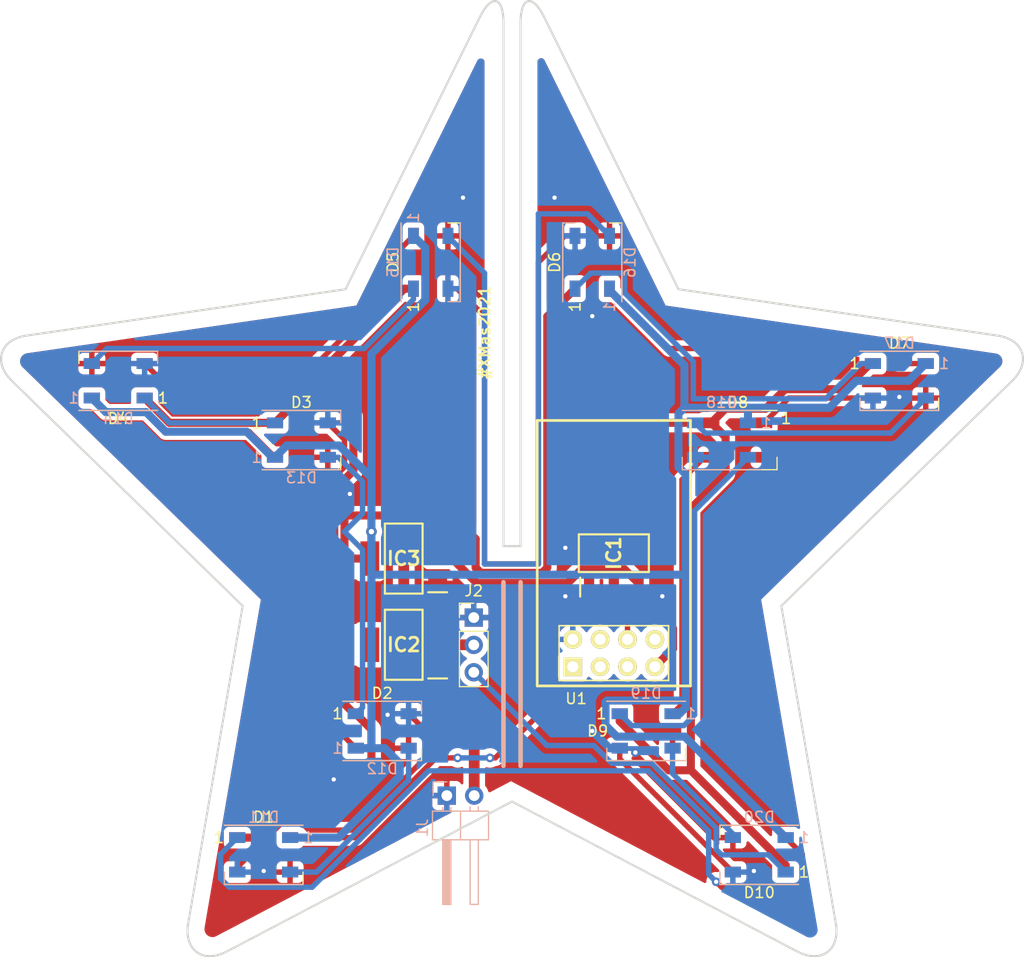
<source format=kicad_pcb>
(kicad_pcb (version 20211014) (generator pcbnew)
  (title_block (title "PCB Challenge - Master") (date "2022-01-06") (rev "01"))
  (layers (0 "F.Cu" signal) (31 "B.Cu" signal) (34 "B.Paste" user) (35 "F.Paste" user) (36 "B.SilkS" user "B.Silkscreen") (37 "F.SilkS" user "F.Silkscreen") (38 "B.Mask" user) (39 "F.Mask" user) (44 "Edge.Cuts" user))
  (net 0 "")
  (net 1 "GND")
  (net 2 "Net-(D1-Pad4)")
  (net 3 "Net-(D1-Pad2)")
  (net 4 "+5V")
  (net 5 "Net-(D2-Pad2)")
  (net 6 "Net-(D3-Pad2)")
  (net 7 "Net-(D4-Pad2)")
  (net 8 "Net-(D5-Pad2)")
  (net 9 "Net-(D6-Pad2)")
  (net 10 "Net-(D7-Pad2)")
  (net 11 "Net-(D8-Pad2)")
  (net 12 "Net-(D10-Pad4)")
  (net 13 "Net-(D10-Pad2)")
  (net 14 "Net-(D11-Pad2)")
  (net 15 "Net-(D12-Pad2)")
  (net 16 "Net-(D13-Pad2)")
  (net 17 "Net-(D14-Pad2)")
  (net 18 "Net-(D15-Pad2)")
  (net 19 "Net-(D16-Pad2)")
  (net 20 "Net-(D17-Pad2)")
  (net 21 "Net-(D18-Pad2)")
  (net 22 "Net-(D19-Pad2)")
  (net 23 "Net-(D20-Pad2)")
  (net 24 "Net-(IC3-Pad2)")
  (net 26 "+3V3")
  (net 27 "Net-(J2-Pad2)")
  (net 28 "VDC")
  (footprint "LED_SMD:LED_WS2812B_PLCC4_5.0x5.0mm_P3.2mm" (layer "F.Cu") (at 173.5 130.5 180)
    (fp_text reference "D10")
    (fp_text value "WS2812B" hide)
  )
  (footprint "LED_SMD:LED_WS2812B_PLCC4_5.0x5.0mm_P3.2mm" (layer "F.Cu") (at 163 119)
    (fp_text reference "D9")
    (fp_text value "WS2812B" hide)
  )
  (footprint "TLV1117:TLV1117-33CDCY" (layer "F.Cu") (at 160 102.5 90)
    (fp_text reference "IC1")
    (fp_text value "TLV1117-33CDCY" hide)
  )
  (footprint "ESP8266:ESP-01" (layer "F.Cu") (at 156.19 113.041 90)
    (fp_text reference "U1")
    (fp_text value "ESP-01v090" hide)
  )
  (footprint "Connector_PinHeader_2.54mm:PinHeader_1x03_P2.54mm_Vertical" (layer "F.Cu") (at 147 108.475)
    (fp_text reference "J2")
    (fp_text value "Conn_01x03" hide)
  )
  (footprint "LED_SMD:LED_WS2812B_PLCC4_5.0x5.0mm_P3.2mm" (layer "F.Cu") (at 131 92)
    (fp_text reference "D3")
    (fp_text value "WS2812B" hide)
  )
  (footprint "LED_SMD:LED_WS2812B_PLCC4_5.0x5.0mm_P3.2mm" (layer "F.Cu") (at 114 86.5 180)
    (fp_text reference "D4")
    (fp_text value "WS2812B" hide)
  )
  (footprint "TLV1117:TLV1117-50CDCY" (layer "F.Cu") (at 140.5 111 180)
    (fp_text reference "IC2")
    (fp_text value "TLV1117-50CDCY" hide)
  )
  (footprint "LED_SMD:LED_WS2812B_PLCC4_5.0x5.0mm_P3.2mm" (layer "F.Cu") (at 186.5 86.5)
    (fp_text reference "D7")
    (fp_text value "WS2812B" hide)
  )
  (footprint "LED_SMD:LED_WS2812B_PLCC4_5.0x5.0mm_P3.2mm" (layer "F.Cu") (at 158 75.5 90)
    (fp_text reference "D6")
    (fp_text value "WS2812B" hide)
  )
  (footprint "LED_SMD:LED_WS2812B_PLCC4_5.0x5.0mm_P3.2mm" (layer "F.Cu") (at 138.5 119)
    (fp_text reference "D2")
    (fp_text value "WS2812B" hide)
  )
  (footprint "TLV1117:TLV1117-50CDCY" (layer "F.Cu") (at 140.5 103 180)
    (fp_text reference "IC3")
    (fp_text value "TLV1117-50CDCY" hide)
  )
  (footprint "LED_SMD:LED_WS2812B_PLCC4_5.0x5.0mm_P3.2mm" (layer "F.Cu") (at 171.5 92)
    (fp_text reference "D8")
    (fp_text value "WS2812B" hide)
  )
  (footprint "LED_SMD:LED_WS2812B_PLCC4_5.0x5.0mm_P3.2mm" (layer "F.Cu") (at 143 75.5 90)
    (fp_text reference "D5")
    (fp_text value "WS2812B" hide)
  )
  (footprint "LED_SMD:LED_WS2812B_PLCC4_5.0x5.0mm_P3.2mm" (layer "F.Cu") (at 127.5 130.5)
    (fp_text reference "D1")
    (fp_text value "WS2812B" hide)
  )
  (footprint "LED_SMD:LED_WS2812B_PLCC4_5.0x5.0mm_P3.2mm" (layer "B.Cu") (at 186.5 86.5 180)
    (fp_text reference "D17")
    (fp_text value "WS2812B" hide)
  )
  (footprint "Connector_PinHeader_2.54mm:PinHeader_1x02_P2.54mm_Horizontal" (layer "B.Cu") (at 144.5 125 -90)
    (fp_text reference "J1")
    (fp_text value "Conn_01x02" hide)
  )
  (footprint "LED_SMD:LED_WS2812B_PLCC4_5.0x5.0mm_P3.2mm" (layer "B.Cu") (at 170 92 180)
    (fp_text reference "D18")
    (fp_text value "WS2812B" hide)
  )
  (footprint "LED_SMD:LED_WS2812B_PLCC4_5.0x5.0mm_P3.2mm" (layer "B.Cu") (at 138.5 119)
    (fp_text reference "D12")
    (fp_text value "WS2812B" hide)
  )
  (footprint "LED_SMD:LED_WS2812B_PLCC4_5.0x5.0mm_P3.2mm" (layer "B.Cu") (at 163 119 180)
    (fp_text reference "D19")
    (fp_text value "WS2812B" hide)
  )
  (footprint "LED_SMD:LED_WS2812B_PLCC4_5.0x5.0mm_P3.2mm" (layer "B.Cu") (at 127.5 130.5 180)
    (fp_text reference "D11")
    (fp_text value "WS2812B" hide)
  )
  (footprint "LED_SMD:LED_WS2812B_PLCC4_5.0x5.0mm_P3.2mm" (layer "B.Cu") (at 131 92)
    (fp_text reference "D13")
    (fp_text value "WS2812B" hide)
  )
  (footprint "LED_SMD:LED_WS2812B_PLCC4_5.0x5.0mm_P3.2mm" (layer "B.Cu") (at 158 75.5 90)
    (fp_text reference "D16")
    (fp_text value "WS2812B" hide)
  )
  (footprint "LED_SMD:LED_WS2812B_PLCC4_5.0x5.0mm_P3.2mm" (layer "B.Cu") (at 143 75.5 -90)
    (fp_text reference "D15")
    (fp_text value "WS2812B" hide)
  )
  (footprint "LED_SMD:LED_WS2812B_PLCC4_5.0x5.0mm_P3.2mm" (layer "B.Cu") (at 114 86.5)
    (fp_text reference "D14")
    (fp_text value "WS2812B" hide)
  )
  (footprint "LED_SMD:LED_WS2812B_PLCC4_5.0x5.0mm_P3.2mm" (layer "B.Cu") (at 173.5 130.5 180)
    (fp_text reference "D20")
    (fp_text value "WS2812B" hide)
  )
  (gr_line (start 149.757019 105.194412) (end 149.757019 122.240646) (layer "B.SilkS") (width 0.396874))
  (gr_line (start 151.341416 105.194412) (end 151.341416 122.240646) (layer "B.SilkS") (width 0.396874))
  (gr_line (start 149.757019 105.194412) (end 149.757019 122.240646) (layer "F.SilkS") (width 0.396874))
  (gr_line (start 151.341416 105.194412) (end 151.341416 122.240646) (layer "F.SilkS") (width 0.396874))
  (gr_line (start 180.664232 137.737587) (end 180.667969 137.531911) (layer "Edge.Cuts") (width 0.196907))
  (gr_line (start 122.885073 139.875051) (end 123.073934 139.841781) (layer "Edge.Cuts") (width 0.196907))
  (gr_line (start 152.551113 51.40559) (end 152.458539 51.346568) (layer "Edge.Cuts") (width 0.196907))
  (gr_line (start 197.275751 86.179478) (end 197.407736 86.01184) (layer "Edge.Cuts") (width 0.196907))
  (gr_line (start 123.26691 139.795265) (end 123.463674 139.735264) (layer "Edge.Cuts") (width 0.196907))
  (gr_line (start 120.450118 137.935518) (end 120.47684 138.125414) (layer "Edge.Cuts") (width 0.196907))
  (gr_line (start 148.452825 51.478812) (end 148.356401 51.566237) (layer "Edge.Cuts") (width 0.196907))
  (gr_line (start 196.79959 82.673765) (end 196.627244 82.589671) (layer "Edge.Cuts") (width 0.196907))
  (gr_line (start 151.418311 52.291783) (end 151.391191 52.466551) (layer "Edge.Cuts") (width 0.196907))
  (gr_line (start 151.631929 51.619511) (end 151.579479 51.726932) (layer "Edge.Cuts") (width 0.196907))
  (gr_line (start 151.341477 101.844544) (end 151.341477 101.844544) (layer "Edge.Cuts") (width 0.196907))
  (gr_line (start 151.815218 51.379101) (end 151.750001 51.445548) (layer "Edge.Cuts") (width 0.196907))
  (gr_line (start 196.443782 82.513875) (end 196.249331 82.446762) (layer "Edge.Cuts") (width 0.196907))
  (gr_line (start 177.02562 139.472031) (end 177.231778 139.573914) (layer "Edge.Cuts") (width 0.196907))
  (gr_line (start 180.330107 138.946448) (end 180.408542 138.800157) (layer "Edge.Cuts") (width 0.196907))
  (gr_line (start 197.907501 84.999537) (end 197.943273 84.833337) (layer "Edge.Cuts") (width 0.196907))
  (gr_line (start 197.955173 84.189862) (end 197.925977 84.03625) (layer "Edge.Cuts") (width 0.196907))
  (gr_line (start 121.561665 139.692909) (end 121.705805 139.757039) (layer "Edge.Cuts") (width 0.196907))
  (gr_line (start 103.172488 84.03625) (end 103.143295 84.189864) (layer "Edge.Cuts") (width 0.196907))
  (gr_line (start 147.543671 52.783348) (end 147.54361 52.783325) (layer "Edge.Cuts") (width 0.196907))
  (gr_line (start 197.971625 84.346761) (end 197.955173 84.189862) (layer "Edge.Cuts") (width 0.196907))
  (gr_line (start 147.543671 52.783348) (end 147.543671 52.783348) (layer "Edge.Cuts") (width 0.196907))
  (gr_line (start 147.956519 52.059116) (end 147.854016 52.218367) (layer "Edge.Cuts") (width 0.196907))
  (gr_line (start 103.143295 84.189864) (end 103.126845 84.346766) (layer "Edge.Cuts") (width 0.196907))
  (gr_line (start 104.298849 82.673751) (end 104.137745 82.765759) (layer "Edge.Cuts") (width 0.196907))
  (gr_line (start 179.242332 139.80986) (end 179.393206 139.757068) (layer "Edge.Cuts") (width 0.196907))
  (gr_line (start 179.926047 139.434869) (end 180.039955 139.327751) (layer "Edge.Cuts") (width 0.196907))
  (gr_line (start 178.578014 139.902848) (end 178.752561 139.897804) (layer "Edge.Cuts") (width 0.196907))
  (gr_line (start 153.451151 52.580398) (end 153.347634 52.392088) (layer "Edge.Cuts") (width 0.196907))
  (gr_line (start 153.554871 52.78331) (end 153.554871 52.78331) (layer "Edge.Cuts") (width 0.196907))
  (gr_line (start 150.549255 125.552643) (end 150.549255 125.552643) (layer "Edge.Cuts") (width 0.196907))
  (gr_line (start 120.51456 138.307064) (end 120.562952 138.48023) (layer "Edge.Cuts") (width 0.196907))
  (gr_line (start 121.172951 139.434853) (end 121.294911 139.531578) (layer "Edge.Cuts") (width 0.196907))
  (gr_line (start 149.757095 53.298386) (end 149.757095 53.298386) (layer "Edge.Cuts") (width 0.196907))
  (gr_line (start 149.753886 53.070592) (end 149.744394 52.855984) (layer "Edge.Cuts") (width 0.196907))
  (gr_line (start 103.155207 84.833349) (end 103.190982 84.999551) (layer "Edge.Cuts") (width 0.196907))
  (gr_line (start 196.968918 86.510361) (end 196.968918 86.510361) (layer "Edge.Cuts") (width 0.196907))
  (gr_line (start 179.674413 139.617699) (end 179.804091 139.531597) (layer "Edge.Cuts") (width 0.196907))
  (gr_line (start 149.065386 51.262466) (end 148.985983 51.251315) (layer "Edge.Cuts") (width 0.196907))
  (gr_line (start 123.867252 139.573854) (end 124.07341 139.47197) (layer "Edge.Cuts") (width 0.196907))
  (gr_line (start 149.728822 52.654611) (end 149.707375 52.466518) (layer "Edge.Cuts") (width 0.196907))
  (gr_line (start 151.341477 101.844544) (end 149.75708 101.844544) (layer "Edge.Cuts") (width 0.196907))
  (gr_line (start 180.648842 137.935494) (end 180.664232 137.737587) (layer "Edge.Cuts") (width 0.196907))
  (gr_line (start 120.856674 139.083298) (end 120.953505 139.210475) (layer "Edge.Cuts") (width 0.196907))
  (gr_line (start 148.356401 51.566237) (end 148.258355 51.667932) (layer "Edge.Cuts") (width 0.196907))
  (gr_line (start 178.213952 139.875101) (end 178.398369 139.895359) (layer "Edge.Cuts") (width 0.196907))
  (gr_line (start 123.663897 139.66154) (end 123.867252 139.573854) (layer "Edge.Cuts") (width 0.196907))
  (gr_line (start 152.368194 51.301676) (end 152.280281 51.270867) (layer "Edge.Cuts") (width 0.196907))
  (gr_line (start 120.768876 138.946447) (end 120.856674 139.083298) (layer "Edge.Cuts") (width 0.196907))
  (gr_line (start 103.123264 84.506571) (end 103.132676 84.668893) (layer "Edge.Cuts") (width 0.196907))
  (gr_line (start 180.039955 139.327751) (end 180.145486 139.210483) (layer "Edge.Cuts") (width 0.196907))
  (gr_line (start 179.537342 139.692935) (end 179.674413 139.617699) (layer "Edge.Cuts") (width 0.196907))
  (gr_line (start 195.601288 82.301376) (end 166 78) (layer "Edge.Cuts") (width 0.196907))
  (gr_line (start 177.832117 139.795319) (end 178.025092 139.841833) (layer "Edge.Cuts") (width 0.196907))
  (gr_line (start 196.249331 82.446762) (end 196.044015 82.388718) (layer "Edge.Cuts") (width 0.196907))
  (gr_line (start 149.409716 51.52569) (end 149.34855 51.44554) (layer "Edge.Cuts") (width 0.196907))
  (gr_line (start 148.547426 51.405611) (end 148.452825 51.478812) (layer "Edge.Cuts") (width 0.196907))
  (gr_line (start 175.549286 107.38942) (end 196.968918 86.510361) (layer "Edge.Cuts") (width 0.196907))
  (gr_line (start 147.54361 52.783325) (end 135.098496 77.999985) (layer "Edge.Cuts") (width 0.196907))
  (gr_line (start 125.54921 107.38942) (end 125.54921 107.38942) (layer "Edge.Cuts") (width 0.196907))
  (gr_line (start 122.013968 139.851036) (end 122.177336 139.880427) (layer "Edge.Cuts") (width 0.196907))
  (gr_line (start 120.492966 136.870697) (end 120.492966 136.870697) (layer "Edge.Cuts") (width 0.196907))
  (gr_line (start 197.795725 85.335635) (end 197.85836 85.167098) (layer "Edge.Cuts") (width 0.196907))
  (gr_line (start 197.71947 85.504763) (end 197.795725 85.335635) (layer "Edge.Cuts") (width 0.196907))
  (gr_line (start 180.605972 136.870651) (end 175.549286 107.38942) (layer "Edge.Cuts") (width 0.196907))
  (gr_line (start 120.439224 137.318742) (end 120.430982 137.531944) (layer "Edge.Cuts") (width 0.196907))
  (gr_line (start 179.085048 139.851072) (end 179.242332 139.80986) (layer "Edge.Cuts") (width 0.196907))
  (gr_line (start 149.707375 52.466518) (end 149.680253 52.291753) (layer "Edge.Cuts") (width 0.196907))
  (gr_line (start 195.827958 82.340127) (end 195.601288 82.301376) (layer "Edge.Cuts") (width 0.196907))
  (gr_line (start 149.609798 51.982395) (end 149.56687 51.847897) (layer "Edge.Cuts") (width 0.196907))
  (gr_line (start 105.497147 82.301361) (end 105.270476 82.340112) (layer "Edge.Cuts") (width 0.196907))
  (gr_line (start 125.54921 107.38942) (end 120.492966 136.870697) (layer "Edge.Cuts") (width 0.196907))
  (gr_line (start 166 78) (end 153.554871 52.78331) (layer "Edge.Cuts") (width 0.196907))
  (gr_line (start 175.549286 107.38942) (end 175.549286 107.38942) (layer "Edge.Cuts") (width 0.196907))
  (gr_line (start 103.469025 85.674124) (end 103.572898 85.843281) (layer "Edge.Cuts") (width 0.196907))
  (gr_line (start 151.750001 51.445548) (end 151.688837 51.525701) (layer "Edge.Cuts") (width 0.196907))
  (gr_line (start 152.195003 51.254093) (end 152.112561 51.251307) (layer "Edge.Cuts") (width 0.196907))
  (gr_line (start 180.408542 138.800157) (end 180.477289 138.644667) (layer "Edge.Cuts") (width 0.196907))
  (gr_line (start 197.490209 83.205216) (end 197.375317 83.085413) (layer "Edge.Cuts") (width 0.196907))
  (gr_line (start 179.804091 139.531597) (end 179.926047 139.434869) (layer "Edge.Cuts") (width 0.196907))
  (gr_line (start 180.584407 138.307048) (end 180.622124 138.125394) (layer "Edge.Cuts") (width 0.196907))
  (gr_line (start 152.280281 51.270867) (end 152.195003 51.254093) (layer "Edge.Cuts") (width 0.196907))
  (gr_line (start 196.627244 82.589671) (end 196.443782 82.513875) (layer "Edge.Cuts") (width 0.196907))
  (gr_line (start 197.110436 82.865305) (end 196.960696 82.765771) (layer "Edge.Cuts") (width 0.196907))
  (gr_line (start 180.53602 138.480218) (end 180.584407 138.307048) (layer "Edge.Cuts") (width 0.196907))
  (gr_line (start 180.622124 138.125394) (end 180.648842 137.935494) (layer "Edge.Cuts") (width 0.196907))
  (gr_line (start 197.684267 83.462395) (end 197.593234 83.331005) (layer "Edge.Cuts") (width 0.196907))
  (gr_line (start 120.430982 137.531944) (end 120.434723 137.737616) (layer "Edge.Cuts") (width 0.196907))
  (gr_line (start 103.302764 85.335655) (end 103.379022 85.504787) (layer "Edge.Cuts") (width 0.196907))
  (gr_line (start 197.525601 85.843251) (end 197.629471 85.674097) (layer "Edge.Cuts") (width 0.196907))
  (gr_line (start 120.690438 138.80016) (end 120.768876 138.946447) (layer "Edge.Cuts") (width 0.196907))
  (gr_line (start 197.593234 83.331005) (end 197.490209 83.205216) (layer "Edge.Cuts") (width 0.196907))
  (gr_line (start 152.112561 51.251307) (end 152.033159 51.262462) (layer "Edge.Cuts") (width 0.196907))
  (gr_line (start 178.752561 139.897804) (end 178.921682 139.880466) (layer "Edge.Cuts") (width 0.196907))
  (gr_line (start 180.659723 137.318705) (end 180.639166 137.098205) (layer "Edge.Cuts") (width 0.196907))
  (gr_line (start 103.132676 84.668893) (end 103.155207 84.833349) (layer "Edge.Cuts") (width 0.196907))
  (gr_line (start 197.12952 86.34578) (end 197.275751 86.179478) (layer "Edge.Cuts") (width 0.196907))
  (gr_line (start 103.190982 84.999551) (end 103.240126 85.167115) (layer "Edge.Cuts") (width 0.196907))
  (gr_line (start 149.466626 51.619497) (end 149.409716 51.52569) (layer "Edge.Cuts") (width 0.196907))
  (gr_line (start 179.393206 139.757068) (end 179.537342 139.692935) (layer "Edge.Cuts") (width 0.196907))
  (gr_line (start 152.033159 51.262462) (end 151.957 51.287511) (layer "Edge.Cuts") (width 0.196907))
  (gr_line (start 121.059039 139.327739) (end 121.172951 139.434853) (layer "Edge.Cuts") (width 0.196907))
  (gr_line (start 105.270476 82.340112) (end 105.054421 82.388703) (layer "Edge.Cuts") (width 0.196907))
  (gr_line (start 105.054421 82.388703) (end 104.849105 82.446747) (layer "Edge.Cuts") (width 0.196907))
  (gr_line (start 148.640001 51.346587) (end 148.547426 51.405611) (layer "Edge.Cuts") (width 0.196907))
  (gr_line (start 197.248685 82.971981) (end 197.110436 82.865305) (layer "Edge.Cuts") (width 0.196907))
  (gr_line (start 151.354175 52.856024) (end 151.344685 53.070635) (layer "Edge.Cuts") (width 0.196907))
  (gr_line (start 197.943273 84.833337) (end 197.965801 84.668885) (layer "Edge.Cuts") (width 0.196907))
  (gr_line (start 177.635355 139.73532) (end 177.832117 139.795319) (layer "Edge.Cuts") (width 0.196907))
  (gr_line (start 135.098496 77.999985) (end 135.098496 77.999985) (layer "Edge.Cuts") (width 0.196907))
  (gr_line (start 103.988007 82.865293) (end 103.84976 82.97197) (layer "Edge.Cuts") (width 0.196907))
  (gr_line (start 103.268602 83.74043) (end 103.214298 83.886311) (layer "Edge.Cuts") (width 0.196907))
  (gr_line (start 149.519078 51.726915) (end 149.466626 51.619497) (layer "Edge.Cuts") (width 0.196907))
  (gr_line (start 103.968988 86.345821) (end 104.129593 86.510407) (layer "Edge.Cuts") (width 0.196907))
  (gr_line (start 178.921682 139.880466) (end 179.085048 139.851072) (layer "Edge.Cuts") (width 0.196907))
  (gr_line (start 122.700655 139.895313) (end 122.885073 139.875051) (layer "Edge.Cuts") (width 0.196907))
  (gr_line (start 151.957 51.287511) (end 151.884285 51.326406) (layer "Edge.Cuts") (width 0.196907))
  (gr_line (start 120.47684 138.125414) (end 120.51456 138.307064) (layer "Edge.Cuts") (width 0.196907))
  (gr_line (start 121.424591 139.617676) (end 121.561665 139.692909) (layer "Edge.Cuts") (width 0.196907))
  (gr_line (start 103.723129 83.085403) (end 103.60824 83.205207) (layer "Edge.Cuts") (width 0.196907))
  (gr_line (start 197.829857 83.740434) (end 197.763183 83.598999) (layer "Edge.Cuts") (width 0.196907))
  (gr_line (start 180.639166 137.098205) (end 180.605972 136.870651) (layer "Edge.Cuts") (width 0.196907))
  (gr_line (start 197.965801 84.668885) (end 197.97521 84.506564) (layer "Edge.Cuts") (width 0.196907))
  (gr_line (start 104.654654 82.51386) (end 104.471194 82.589657) (layer "Edge.Cuts") (width 0.196907))
  (gr_line (start 103.60824 83.205207) (end 103.505217 83.330997) (layer "Edge.Cuts") (width 0.196907))
  (gr_line (start 151.341477 53.298431) (end 151.341477 53.298431) (layer "Edge.Cuts") (width 0.196907))
  (gr_line (start 177.435132 139.661597) (end 177.635355 139.73532) (layer "Edge.Cuts") (width 0.196907))
  (gr_line (start 123.463674 139.735264) (end 123.663897 139.66154) (layer "Edge.Cuts") (width 0.196907))
  (gr_line (start 120.621687 138.644675) (end 120.690438 138.80016) (layer "Edge.Cuts") (width 0.196907))
  (gr_line (start 180.667969 137.531911) (end 180.659723 137.318705) (layer "Edge.Cuts") (width 0.196907))
  (gr_line (start 149.680253 52.291753) (end 149.647659 52.130363) (layer "Edge.Cuts") (width 0.196907))
  (gr_line (start 197.925977 84.03625) (end 197.884163 83.886313) (layer "Edge.Cuts") (width 0.196907))
  (gr_line (start 178.025092 139.841833) (end 178.213952 139.875101) (layer "Edge.Cuts") (width 0.196907))
  (gr_line (start 120.459776 137.098247) (end 120.439224 137.318742) (layer "Edge.Cuts") (width 0.196907))
  (gr_line (start 153.347634 52.392088) (end 153.244522 52.218332) (layer "Edge.Cuts") (width 0.196907))
  (gr_line (start 197.884163 83.886313) (end 197.829857 83.740434) (layer "Edge.Cuts") (width 0.196907))
  (gr_line (start 197.407736 86.01184) (end 197.525601 85.843251) (layer "Edge.Cuts") (width 0.196907))
  (gr_line (start 151.341477 53.298431) (end 151.341477 101.844544) (layer "Edge.Cuts") (width 0.196907))
  (gr_line (start 152.840182 51.667904) (end 152.742137 51.56621) (layer "Edge.Cuts") (width 0.196907))
  (gr_line (start 177.231778 139.573914) (end 177.435132 139.661597) (layer "Edge.Cuts") (width 0.196907))
  (gr_line (start 196.960696 82.765771) (end 196.79959 82.673765) (layer "Edge.Cuts") (width 0.196907))
  (gr_line (start 103.690766 86.011873) (end 103.822754 86.179515) (layer "Edge.Cuts") (width 0.196907))
  (gr_line (start 196.044015 82.388718) (end 195.827958 82.340127) (layer "Edge.Cuts") (width 0.196907))
  (gr_line (start 149.757095 53.298386) (end 149.753886 53.070592) (layer "Edge.Cuts") (width 0.196907))
  (gr_line (start 148.058212 51.914325) (end 147.956519 52.059116) (layer "Edge.Cuts") (width 0.196907))
  (gr_line (start 149.75708 101.844544) (end 149.75708 101.844544) (layer "Edge.Cuts") (width 0.196907))
  (gr_line (start 195.601288 82.301376) (end 195.601288 82.301376) (layer "Edge.Cuts") (width 0.196907))
  (gr_line (start 150.549255 125.552643) (end 177.02562 139.472031) (layer "Edge.Cuts") (width 0.196907))
  (gr_line (start 120.434723 137.737616) (end 120.450118 137.935518) (layer "Edge.Cuts") (width 0.196907))
  (gr_line (start 148.158891 51.783946) (end 148.058212 51.914325) (layer "Edge.Cuts") (width 0.196907))
  (gr_line (start 120.492966 136.870697) (end 120.459776 137.098247) (layer "Edge.Cuts") (width 0.196907))
  (gr_line (start 152.645713 51.478788) (end 152.551113 51.40559) (layer "Edge.Cuts") (width 0.196907))
  (gr_line (start 180.477289 138.644667) (end 180.53602 138.480218) (layer "Edge.Cuts") (width 0.196907))
  (gr_line (start 147.854016 52.218367) (end 147.750905 52.392124) (layer "Edge.Cuts") (width 0.196907))
  (gr_line (start 151.531689 51.847917) (end 151.488763 51.982419) (layer "Edge.Cuts") (width 0.196907))
  (gr_line (start 104.129593 86.510407) (end 104.129593 86.510407) (layer "Edge.Cuts") (width 0.196907))
  (gr_line (start 104.137745 82.765759) (end 103.988007 82.865293) (layer "Edge.Cuts") (width 0.196907))
  (gr_line (start 121.294911 139.531578) (end 121.424591 139.617676) (layer "Edge.Cuts") (width 0.196907))
  (gr_line (start 197.85836 85.167098) (end 197.907501 84.999537) (layer "Edge.Cuts") (width 0.196907))
  (gr_line (start 147.647389 52.580436) (end 147.543671 52.783348) (layer "Edge.Cuts") (width 0.196907))
  (gr_line (start 147.750905 52.392124) (end 147.647389 52.580436) (layer "Edge.Cuts") (width 0.196907))
  (gr_line (start 103.505217 83.330997) (end 103.414186 83.462388) (layer "Edge.Cuts") (width 0.196907))
  (gr_line (start 120.953505 139.210475) (end 121.059039 139.327739) (layer "Edge.Cuts") (width 0.196907))
  (gr_line (start 103.822754 86.179515) (end 103.968988 86.345821) (layer "Edge.Cuts") (width 0.196907))
  (gr_line (start 122.346459 139.897762) (end 122.521008 139.902803) (layer "Edge.Cuts") (width 0.196907))
  (gr_line (start 180.145486 139.210483) (end 180.242313 139.083303) (layer "Edge.Cuts") (width 0.196907))
  (gr_line (start 103.414186 83.462388) (end 103.335273 83.598994) (layer "Edge.Cuts") (width 0.196907))
  (gr_line (start 148.90354 51.254103) (end 148.81826 51.27088) (layer "Edge.Cuts") (width 0.196907))
  (gr_line (start 151.391191 52.466551) (end 151.369745 52.654647) (layer "Edge.Cuts") (width 0.196907))
  (gr_line (start 122.177336 139.880427) (end 122.346459 139.897762) (layer "Edge.Cuts") (width 0.196907))
  (gr_line (start 149.75708 101.844544) (end 149.757095 53.298386) (layer "Edge.Cuts") (width 0.196907))
  (gr_line (start 148.985983 51.251315) (end 148.90354 51.254103) (layer "Edge.Cuts") (width 0.196907))
  (gr_line (start 149.647659 52.130363) (end 149.609798 51.982395) (layer "Edge.Cuts") (width 0.196907))
  (gr_line (start 103.84976 82.97197) (end 103.723129 83.085403) (layer "Edge.Cuts") (width 0.196907))
  (gr_line (start 178.398369 139.895359) (end 178.578014 139.902848) (layer "Edge.Cuts") (width 0.196907))
  (gr_line (start 135.098496 77.999985) (end 105.497147 82.301361) (layer "Edge.Cuts") (width 0.196907))
  (gr_line (start 196.968918 86.510361) (end 197.12952 86.34578) (layer "Edge.Cuts") (width 0.196907))
  (gr_line (start 151.488763 51.982419) (end 151.450903 52.13039) (layer "Edge.Cuts") (width 0.196907))
  (gr_line (start 120.562952 138.48023) (end 120.621687 138.644675) (layer "Edge.Cuts") (width 0.196907))
  (gr_line (start 149.56687 51.847897) (end 149.519078 51.726915) (layer "Edge.Cuts") (width 0.196907))
  (gr_line (start 124.07341 139.47197) (end 150.549255 125.552643) (layer "Edge.Cuts") (width 0.196907))
  (gr_line (start 103.572898 85.843281) (end 103.690766 86.011873) (layer "Edge.Cuts") (width 0.196907))
  (gr_line (start 104.849105 82.446747) (end 104.654654 82.51386) (layer "Edge.Cuts") (width 0.196907))
  (gr_line (start 180.242313 139.083303) (end 180.330107 138.946448) (layer "Edge.Cuts") (width 0.196907))
  (gr_line (start 151.369745 52.654647) (end 151.354175 52.856024) (layer "Edge.Cuts") (width 0.196907))
  (gr_line (start 151.450903 52.13039) (end 151.418311 52.291783) (layer "Edge.Cuts") (width 0.196907))
  (gr_line (start 105.497147 82.301361) (end 105.497147 82.301361) (layer "Edge.Cuts") (width 0.196907))
  (gr_line (start 197.375317 83.085413) (end 197.248685 82.971981) (layer "Edge.Cuts") (width 0.196907))
  (gr_line (start 148.730346 51.301693) (end 148.640001 51.346587) (layer "Edge.Cuts") (width 0.196907))
  (gr_line (start 197.629471 85.674097) (end 197.71947 85.504763) (layer "Edge.Cuts") (width 0.196907))
  (gr_line (start 123.073934 139.841781) (end 123.26691 139.795265) (layer "Edge.Cuts") (width 0.196907))
  (gr_line (start 151.344685 53.070635) (end 151.341477 53.298431) (layer "Edge.Cuts") (width 0.196907))
  (gr_line (start 151.579479 51.726932) (end 151.531689 51.847917) (layer "Edge.Cuts") (width 0.196907))
  (gr_line (start 104.471194 82.589657) (end 104.298849 82.673751) (layer "Edge.Cuts") (width 0.196907))
  (gr_line (start 149.283332 51.379096) (end 149.214263 51.326405) (layer "Edge.Cuts") (width 0.196907))
  (gr_line (start 148.81826 51.27088) (end 148.730346 51.301693) (layer "Edge.Cuts") (width 0.196907))
  (gr_line (start 103.240126 85.167115) (end 103.302764 85.335655) (layer "Edge.Cuts") (width 0.196907))
  (gr_line (start 166 78) (end 166 78) (layer "Edge.Cuts") (width 0.196907))
  (gr_line (start 151.688837 51.525701) (end 151.631929 51.619511) (layer "Edge.Cuts") (width 0.196907))
  (gr_line (start 148.258355 51.667932) (end 148.158891 51.783946) (layer "Edge.Cuts") (width 0.196907))
  (gr_line (start 149.141547 51.287512) (end 149.065386 51.262466) (layer "Edge.Cuts") (width 0.196907))
  (gr_line (start 149.744394 52.855984) (end 149.728822 52.654611) (layer "Edge.Cuts") (width 0.196907))
  (gr_line (start 197.97521 84.506564) (end 197.971625 84.346761) (layer "Edge.Cuts") (width 0.196907))
  (gr_line (start 104.129593 86.510407) (end 125.54921 107.38942) (layer "Edge.Cuts") (width 0.196907))
  (gr_line (start 149.34855 51.44554) (end 149.283332 51.379096) (layer "Edge.Cuts") (width 0.196907))
  (gr_line (start 151.884285 51.326406) (end 151.815218 51.379101) (layer "Edge.Cuts") (width 0.196907))
  (gr_line (start 121.705805 139.757039) (end 121.856681 139.809827) (layer "Edge.Cuts") (width 0.196907))
  (gr_line (start 121.856681 139.809827) (end 122.013968 139.851036) (layer "Edge.Cuts") (width 0.196907))
  (gr_line (start 153.040326 51.914293) (end 152.939646 51.783915) (layer "Edge.Cuts") (width 0.196907))
  (gr_line (start 103.335273 83.598994) (end 103.268602 83.74043) (layer "Edge.Cuts") (width 0.196907))
  (gr_line (start 124.07341 139.47197) (end 124.07341 139.47197) (layer "Edge.Cuts") (width 0.196907))
  (gr_line (start 180.605972 136.870651) (end 180.605972 136.870651) (layer "Edge.Cuts") (width 0.196907))
  (gr_line (start 103.126845 84.346766) (end 103.123264 84.506571) (layer "Edge.Cuts") (width 0.196907))
  (gr_line (start 152.458539 51.346568) (end 152.368194 51.301676) (layer "Edge.Cuts") (width 0.196907))
  (gr_line (start 103.379022 85.504787) (end 103.469025 85.674124) (layer "Edge.Cuts") (width 0.196907))
  (gr_line (start 103.214298 83.886311) (end 103.172488 84.03625) (layer "Edge.Cuts") (width 0.196907))
  (gr_line (start 122.521008 139.902803) (end 122.700655 139.895313) (layer "Edge.Cuts") (width 0.196907))
  (gr_line (start 153.142019 52.059082) (end 153.040326 51.914293) (layer "Edge.Cuts") (width 0.196907))
  (gr_line (start 153.244522 52.218332) (end 153.142019 52.059082) (layer "Edge.Cuts") (width 0.196907))
  (gr_line (start 197.763183 83.598999) (end 197.684267 83.462395) (layer "Edge.Cuts") (width 0.196907))
  (gr_line (start 152.939646 51.783915) (end 152.840182 51.667904) (layer "Edge.Cuts") (width 0.196907))
  (gr_line (start 153.554871 52.78331) (end 153.451151 52.580398) (layer "Edge.Cuts") (width 0.196907))
  (gr_line (start 149.214263 51.326405) (end 149.141547 51.287512) (layer "Edge.Cuts") (width 0.196907))
  (gr_line (start 152.742137 51.56621) (end 152.645713 51.478788) (layer "Edge.Cuts") (width 0.196907))
  (gr_text "#XMas2021" (at 148 82 90) (layer "F.SilkS") (effects (font (size 1 1) (thickness 0.2))))
  (segment (start 156.85 106.5) (end 157.7 105.65) (width 0.75) (layer "F.Cu") (net 1))
  (segment (start 155.5 106.5) (end 156.85 106.5) (width 0.75) (layer "F.Cu") (net 1))
  (via (at 158 80.5) (size 0.8) (drill 0.4) (layers "F.Cu" "B.Cu") (net 1))
  (via (at 146 69.5) (size 0.8) (drill 0.4) (layers "F.Cu" "B.Cu") (net 1))
  (via (at 158 119) (size 0.8) (drill 0.4) (layers "F.Cu" "B.Cu") (net 1))
  (via (at 164.5 106.5) (size 0.8) (drill 0.4) (layers "F.Cu" "B.Cu") (net 1))
  (via (at 155.5 106.5) (size 0.8) (drill 0.4) (layers "F.Cu" "B.Cu") (net 1))
  (via (at 162 121) (size 0.8) (drill 0.4) (layers "F.Cu" "B.Cu") (net 1))
  (via (at 155.5 102) (size 0.8) (drill 0.4) (layers "F.Cu" "B.Cu") (net 1))
  (via (at 134 123.5) (size 0.8) (drill 0.4) (layers "F.Cu" "B.Cu") (net 1))
  (via (at 154.5 69.5) (size 0.8) (drill 0.4) (layers "F.Cu" "B.Cu") (net 1))
  (via (at 127.5 132) (size 0.8) (drill 0.4) (layers "F.Cu" "B.Cu") (net 1))
  (via (at 139 117.5) (size 0.8) (drill 0.4) (layers "F.Cu" "B.Cu") (net 1))
  (via (at 173 132) (size 0.8) (drill 0.4) (layers "F.Cu" "B.Cu") (net 1))
  (via (at 186.5 88) (size 0.8) (drill 0.4) (layers "F.Cu" "B.Cu") (net 1))
  (via (at 135.5 97) (size 0.8) (drill 0.4) (layers "F.Cu" "B.Cu") (net 1))
  (segment (start 160.55 120.6) (end 159.6 120.6) (width 0.75) (layer "B.Cu") (net 1))
  (segment (start 159.6 120.6) (end 158 119) (width 0.75) (layer "B.Cu") (net 1))
  (segment (start 161.27 108.936048) (end 161.27 110.501) (width 0.5) (layer "F.Cu") (net 2))
  (segment (start 145.5 121.5) (end 143.5 121.5) (width 0.5) (layer "F.Cu") (net 2))
  (segment (start 159.833952 107.5) (end 161.27 108.936048) (width 0.5) (layer "F.Cu") (net 2))
  (segment (start 154 116.5) (end 154 107.5) (width 0.5) (layer "F.Cu") (net 2))
  (segment (start 148.5 121.5) (end 149 121.5) (width 0.5) (layer "F.Cu") (net 2))
  (segment (start 136.1 128.9) (end 129.95 128.9) (width 0.5) (layer "F.Cu") (net 2))
  (segment (start 154 107.5) (end 159.833952 107.5) (width 0.5) (layer "F.Cu") (net 2))
  (segment (start 149 121.5) (end 154 116.5) (width 0.5) (layer "F.Cu") (net 2))
  (segment (start 143.5 121.5) (end 136.1 128.9) (width 0.5) (layer "F.Cu") (net 2))
  (via (at 148.5 121.5) (size 0.8) (drill 0.4) (layers "F.Cu" "B.Cu") (net 2))
  (via (at 145.5 121.5) (size 0.8) (drill 0.4) (layers "F.Cu" "B.Cu") (net 2))
  (segment (start 145.5 121.5) (end 148.5 121.5) (width 0.5) (layer "B.Cu") (net 2))
  (segment (start 131.70048 128.20048) (end 135.81025 128.20048) (width 0.5) (layer "F.Cu") (net 3))
  (segment (start 142.5 121.51073) (end 142.5 118.95) (width 0.5) (layer "F.Cu") (net 3))
  (segment (start 129.200978 127.5) (end 131 127.5) (width 0.5) (layer "F.Cu") (net 3))
  (segment (start 142.5 118.95) (end 140.95 117.4) (width 0.5) (layer "F.Cu") (net 3))
  (segment (start 135.81025 128.20048) (end 142.5 121.51073) (width 0.5) (layer "F.Cu") (net 3))
  (segment (start 125.05 132.1) (end 125.05 131.650978) (width 0.5) (layer "F.Cu") (net 3))
  (segment (start 125.05 131.650978) (end 129.200978 127.5) (width 0.5) (layer "F.Cu") (net 3))
  (segment (start 131 127.5) (end 131.70048 128.20048) (width 0.5) (layer "F.Cu") (net 3))
  (segment (start 154.04904 90.4) (end 153.82452 90.17548) (width 0.75) (layer "F.Cu") (net 4))
  (segment (start 128.55 90.4) (end 129.95 89) (width 0.75) (layer "F.Cu") (net 4))
  (segment (start 137.5 122) (end 137.5 118.85) (width 0.75) (layer "F.Cu") (net 4))
  (segment (start 136.05 117.4) (end 135.9 117.4) (width 0.75) (layer "F.Cu") (net 4))
  (segment (start 147.17548 101.17548) (end 147.17548 103.841527) (width 0.75) (layer "F.Cu") (net 4))
  (segment (start 170.374511 91.724511) (end 169.05 90.4) (width 0.75) (layer "F.Cu") (net 4))
  (segment (start 137.35 103) (end 135 103) (width 0.75) (layer "F.Cu") (net 4))
  (segment (start 184.05 84.9) (end 183.8 84.9) (width 0.75) (layer "F.Cu") (net 4))
  (segment (start 129.95 89) (end 133 89) (width 0.75) (layer "F.Cu") (net 4))
  (segment (start 147.17548 103.841527) (end 147.658473 104.32452) (width 0.75) (layer "F.Cu") (net 4))
  (segment (start 140.55 77.95) (end 133 85.5) (width 0.75) (layer "F.Cu") (net 4))
  (segment (start 160.55 118.099022) (end 160.55 117.4) (width 0.75) (layer "F.Cu") (net 4))
  (segment (start 137.5 100.5) (end 137.5 102.85) (width 0.75) (layer "F.Cu") (net 4))
  (segment (start 153.82452 103.841527) (end 153.82452 90.17548) (width 0.75) (layer "F.Cu") (net 4))
  (segment (start 183.8 84.9) (end 181.42452 87.27548) (width 0.75) (layer "F.Cu") (net 4))
  (segment (start 128.55 90.4) (end 118.75 90.4) (width 0.75) (layer "F.Cu") (net 4))
  (segment (start 133 85.5) (end 133 89) (width 0.75) (layer "F.Cu") (net 4))
  (segment (start 174.091976 89.091976) (end 170.358024 89.091976) (width 0.75) (layer "F.Cu") (net 4))
  (segment (start 175.95 132.1) (end 175.95 131.45) (width 0.75) (layer "F.Cu") (net 4))
  (segment (start 118.75 90.4) (end 116.45 88.1) (width 0.75) (layer "F.Cu") (net 4))
  (segment (start 145 99) (end 135 99) (width 0.75) (layer "F.Cu") (net 4))
  (segment (start 141.4 77.95) (end 140.55 77.95) (width 0.75) (layer "F.Cu") (net 4))
  (segment (start 153.82452 80.52548) (end 156.4 77.95) (width 0.75) (layer "F.Cu") (net 4))
  (segment (start 135 103) (end 135 99) (width 0.75) (layer "F.Cu") (net 4))
  (segment (start 135.82452 89.82452) (end 135 89) (width 0.75) (layer "F.Cu") (net 4))
  (segment (start 133.5 122) (end 137.5 122) (width 0.75) (layer "F.Cu") (net 4))
  (segment (start 126.6 128.9) (end 133.5 122) (width 0.75) (layer "F.Cu") (net 4))
  (segment (start 137.5 102.85) (end 137.35 103) (width 0.75) (layer "F.Cu") (net 4))
  (segment (start 134 96.666048) (end 135.82452 94.841527) (width 0.75) (layer "F.Cu") (net 4))
  (segment (start 170.358024 89.091976) (end 169.05 90.4) (width 0.75) (layer "F.Cu") (net 4))
  (segment (start 147.658473 104.32452) (end 153.341527 104.32452) (width 0.75) (layer "F.Cu") (net 4))
  (segment (start 134 98) (end 134 96.666048) (width 0.75) (layer "F.Cu") (net 4))
  (segment (start 175.95 131.45) (end 167.14904 122.64904) (width 0.75) (layer "F.Cu") (net 4))
  (segment (start 167.14904 122.64904) (end 167.14904 98.35096) (width 0.75) (layer "F.Cu") (net 4))
  (segment (start 135 116.5) (end 135 103) (width 0.75) (layer "F.Cu") (net 4))
  (segment (start 167.14904 122.64904) (end 165.100018 122.64904) (width 0.75) (layer "F.Cu") (net 4))
  (segment (start 153.341527 104.32452) (end 153.82452 103.841527) (width 0.75) (layer "F.Cu") (net 4))
  (segment (start 170.374511 95.125489) (end 170.374511 91.724511) (width 0.75) (layer "F.Cu") (net 4))
  (segment (start 137.5 118.85) (end 136.05 117.4) (width 0.75) (layer "F.Cu") (net 4))
  (segment (start 153.82452 90.17548) (end 153.82452 80.52548) (width 0.75) (layer "F.Cu") (net 4))
  (segment (start 145 99) (end 147.17548 101.17548) (width 0.75) (layer "F.Cu") (net 4))
  (segment (start 135 99) (end 134 98) (width 0.75) (layer "F.Cu") (net 4))
  (segment (start 165.100018 122.64904) (end 160.55 118.099022) (width 0.75) (layer "F.Cu") (net 4))
  (segment (start 125.05 128.9) (end 126.6 128.9) (width 0.75) (layer "F.Cu") (net 4))
  (segment (start 167.14904 98.35096) (end 170.374511 95.125489) (width 0.75) (layer "F.Cu") (net 4))
  (segment (start 135.82452 94.841527) (end 135.82452 89.82452) (width 0.75) (layer "F.Cu") (net 4))
  (segment (start 135.9 117.4) (end 135 116.5) (width 0.75) (layer "F.Cu") (net 4))
  (segment (start 175.908473 87.27548) (end 174.091976 89.091976) (width 0.75) (layer "F.Cu") (net 4))
  (segment (start 135 89) (end 133 89) (width 0.75) (layer "F.Cu") (net 4))
  (segment (start 181.42452 87.27548) (end 175.908473 87.27548) (width 0.75) (layer "F.Cu") (net 4))
  (segment (start 169.05 90.4) (end 154.04904 90.4) (width 0.75) (layer "F.Cu") (net 4))
  (via (at 137.5 100.5) (size 1) (drill 0.5) (layers "F.Cu" "B.Cu") (net 4))
  (segment (start 134.5 92.5) (end 137.5 95.5) (width 0.75) (layer "B.Cu") (net 4))
  (segment (start 129.65 92.5) (end 134.5 92.5) (width 0.75) (layer "B.Cu") (net 4))
  (segment (start 159.6 78.1) (end 159.6 77.95) (width 0.75) (layer "B.Cu") (net 4))
  (segment (start 142.5 74.15) (end 141.4 73.05) (width 0.75) (layer "B.Cu") (net 4))
  (segment (start 166.550978 89) (end 166.550978 85.050978) (width 0.75) (layer "B.Cu") (net 4))
  (segment (start 137.5 120.5) (end 137.6 120.6) (width 0.75) (layer "B.Cu") (net 4))
  (segment (start 166.67548 104.32452) (end 166.67548 95.17548) (width 0.75) (layer "B.Cu") (net 4))
  (segment (start 172.5 89) (end 172.45 89.05) (width 0.75) (layer "B.Cu") (net 4))
  (segment (start 166.67548 116.17548) (end 159.375498 116.17548) (width 0.75) (layer "B.Cu") (net 4))
  (segment (start 142.5 79) (end 142.5 74.15) (width 0.75) (layer "B.Cu") (net 4))
  (segment (start 182.5 86.5) (end 187.35 86.5) (width 0.75) (layer "B.Cu") (net 4))
  (segment (start 137.5 95.5) (end 137.5 100.5) (width 0.75) (layer "B.Cu") (net 4))
  (segment (start 166 89.550978) (end 166.550978 89) (width 0.75) (layer "B.Cu") (net 4))
  (segment (start 166.1 117.4) (end 166.67548 116.82452) (width 0.75) (layer "B.Cu") (net 4))
  (segment (start 128.3 93.6) (end 125.92452 91.22452) (width 0.75) (layer "B.Cu") (net 4))
  (segment (start 129.95 128.9) (end 134.444682 128.9) (width 0.75) (layer "B.Cu") (net 4))
  (segment (start 137.5 104.5) (end 137.5 120.5) (width 0.75) (layer "B.Cu") (net 4))
  (segment (start 159.375498 116.17548) (end 159.225489 116.325489) (width 0.75) (layer "B.Cu") (net 4))
  (segment (start 166.550978 89) (end 172.5 89) (width 0.75) (layer "B.Cu") (net 4))
  (segment (start 137.5 84) (end 142.5 79) (width 0.75) (layer "B.Cu") (net 4))
  (segment (start 180 89) (end 182.5 86.5) (width 0.75) (layer "B.Cu") (net 4))
  (segment (start 166.575489 119.525489) (end 175.95 128.9) (width 0.75) (layer "B.Cu") (net 4))
  (segment (start 137.5 104.5) (end 166.5 104.5) (width 0.75) (layer "B.Cu") (net 4))
  (segment (start 166.5 104.5) (end 166.67548 104.32452) (width 0.75) (layer "B.Cu") (net 4))
  (segment (start 118.408473 91.22452) (end 116.591976 89.408024) (width 0.75) (layer "B.Cu") (net 4))
  (segment (start 128.55 93.6) (end 129.65 92.5) (width 0.75) (layer "B.Cu") (net 4))
  (segment (start 116.591976 89.408024) (end 112.858024 89.408024) (width 0.75) (layer "B.Cu") (net 4))
  (segment (start 138.72548 120.6) (end 137.6 120.6) (width 0.75) (layer "B.Cu") (net 4))
  (segment (start 160.276467 119.525489) (end 166.575489 119.525489) (width 0.75) (layer "B.Cu") (net 4))
  (segment (start 137.1 120.6) (end 136.05 120.6) (width 0.75) (layer "B.Cu") (net 4))
  (segment (start 166 94.5) (end 166 89.550978) (width 0.75) (layer "B.Cu") (net 4))
  (segment (start 166.67548 95.17548) (end 166 94.5) (width 0.75) (layer "B.Cu") (net 4))
  (segment (start 140.12548 123.219202) (end 140.12548 122) (width 0.75) (layer "B.Cu") (net 4))
  (segment (start 159.225489 118.474511) (end 160.276467 119.525489) (width 0.75) (layer "B.Cu") (net 4))
  (segment (start 166.550978 85.050978) (end 159.6 78.1) (width 0.75) (layer "B.Cu") (net 4))
  (segment (start 159.225489 116.325489) (end 159.225489 118.474511) (width 0.75) (layer "B.Cu") (net 4))
  (segment (start 172.45 89.05) (end 172.45 90.4) (width 0.75) (layer "B.Cu") (net 4))
  (segment (start 172.5 89) (end 180 89) (width 0.75) (layer "B.Cu") (net 4))
  (segment (start 140.12548 122) (end 138.72548 120.6) (width 0.75) (layer "B.Cu") (net 4))
  (segment (start 112.858024 89.408024) (end 111.55 88.1) (width 0.75) (layer "B.Cu") (net 4))
  (segment (start 166.67548 116.82452) (end 166.67548 116.17548) (width 0.75) (layer "B.Cu") (net 4))
  (segment (start 125.92452 91.22452) (end 118.408473 91.22452) (width 0.75) (layer "B.Cu") (net 4))
  (segment (start 134.444682 128.9) (end 140.12548 123.219202) (width 0.75) (layer "B.Cu") (net 4))
  (segment (start 128.55 93.6) (end 128.3 93.6) (width 0.75) (layer "B.Cu") (net 4))
  (segment (start 187.35 86.5) (end 188.95 84.9) (width 0.75) (layer "B.Cu") (net 4))
  (segment (start 165.45 117.4) (end 166.1 117.4) (width 0.75) (layer "B.Cu") (net 4))
  (segment (start 166.67548 116.17548) (end 166.67548 104.32452) (width 0.75) (layer "B.Cu") (net 4))
  (segment (start 137.5 95.5) (end 137.5 84) (width 0.75) (layer "B.Cu") (net 4))
  (segment (start 137.5 100.5) (end 137.5 104.5) (width 0.75) (layer "B.Cu") (net 4))
  (segment (start 137.6 120.6) (end 137.1 120.6) (width 0.75) (layer "B.Cu") (net 4))
  (segment (start 133.45 90.4) (end 135 91.95) (width 0.5) (layer "F.Cu") (net 5))
  (segment (start 133.17548 96.324521) (end 133.17548 98.341528) (width 0.5) (layer "F.Cu") (net 5))
  (segment (start 135 91.95) (end 135 94.5) (width 0.5) (layer "F.Cu") (net 5))
  (segment (start 135 94.5) (end 133.17548 96.324521) (width 0.5) (layer "F.Cu") (net 5))
  (segment (start 133.17548 98.341528) (end 134.17548 99.341527) (width 0.5) (layer "F.Cu") (net 5))
  (segment (start 134.17548 99.341527) (end 134.17548 118.72548) (width 0.5) (layer "F.Cu") (net 5))
  (segment (start 134.17548 118.72548) (end 136.05 120.6) (width 0.5) (layer "F.Cu") (net 5))
  (segment (start 128.55 93.6) (end 126.17452 91.22452) (width 0.5) (layer "F.Cu") (net 6))
  (segment (start 126.17452 91.22452) (end 118.408473 91.22452) (width 0.5) (layer "F.Cu") (net 6))
  (segment (start 112.858024 89.408024) (end 111.55 88.1) (width 0.5) (layer "F.Cu") (net 6))
  (segment (start 116.591976 89.408024) (end 112.858024 89.408024) (width 0.5) (layer "F.Cu") (net 6))
  (segment (start 118.408473 91.22452) (end 116.591976 89.408024) (width 0.5) (layer "F.Cu") (net 6))
  (segment (start 116.45 84.9) (end 118.008024 86.458024) (width 0.5) (layer "F.Cu") (net 7))
  (segment (start 118.008024 88.491976) (end 119.091528 89.57548) (width 0.5) (layer "F.Cu") (net 7))
  (segment (start 132.17548 85.158472) (end 140 77.333952) (width 0.5) (layer "F.Cu") (net 7))
  (segment (start 132 88.17548) (end 132.17548 88) (width 0.5) (layer "F.Cu") (net 7))
  (segment (start 119.091528 89.57548) (end 126.92452 89.57548) (width 0.5) (layer "F.Cu") (net 7))
  (segment (start 140 77.333952) (end 140 74.45) (width 0.5) (layer "F.Cu") (net 7))
  (segment (start 140 74.45) (end 141.4 73.05) (width 0.5) (layer "F.Cu") (net 7))
  (segment (start 132.17548 88) (end 132.17548 85.158472) (width 0.5) (layer "F.Cu") (net 7))
  (segment (start 126.92452 89.57548) (end 128.32452 88.17548) (width 0.5) (layer "F.Cu") (net 7))
  (segment (start 118.008024 86.458024) (end 118.008024 88.491976) (width 0.5) (layer "F.Cu") (net 7))
  (segment (start 128.32452 88.17548) (end 132 88.17548) (width 0.5) (layer "F.Cu") (net 7))
  (segment (start 148 80.5) (end 148 103.5) (width 0.5) (layer "F.Cu") (net 8))
  (segment (start 148 103.5) (end 153 103.5) (width 0.5) (layer "F.Cu") (net 8))
  (segment (start 153 75.5) (end 155.45 73.05) (width 0.5) (layer "F.Cu") (net 8))
  (segment (start 144.6 77.95) (end 145.45 77.95) (width 0.5) (layer "F.Cu") (net 8))
  (segment (start 145.45 77.95) (end 148 80.5) (width 0.5) (layer "F.Cu") (net 8))
  (segment (start 153 103.5) (end 153 75.5) (width 0.5) (layer "F.Cu") (net 8))
  (segment (start 155.45 73.05) (end 156.4 73.05) (width 0.5) (layer "F.Cu") (net 8))
  (segment (start 165.15 83.5) (end 185 83.5) (width 0.5) (layer "F.Cu") (net 9))
  (segment (start 159.6 77.95) (end 165.15 83.5) (width 0.5) (layer "F.Cu") (net 9))
  (segment (start 185 83.5) (end 186.4 84.9) (width 0.5) (layer "F.Cu") (net 9))
  (segment (start 186.4 84.9) (end 188.95 84.9) (width 0.5) (layer "F.Cu") (net 9))
  (segment (start 176.25 88.1) (end 173.95 90.4) (width 0.5) (layer "F.Cu") (net 10))
  (segment (start 184.05 88.1) (end 176.25 88.1) (width 0.5) (layer "F.Cu") (net 10))
  (segment (start 165.45 117.4) (end 166.32452 116.52548) (width 0.5) (layer "F.Cu") (net 11))
  (segment (start 166.32452 95.67548) (end 168.4 93.6) (width 0.5) (layer "F.Cu") (net 11))
  (segment (start 166.32452 116.52548) (end 166.32452 95.67548) (width 0.5) (layer "F.Cu") (net 11))
  (segment (start 168.4 93.6) (end 169.05 93.6) (width 0.5) (layer "F.Cu") (net 11))
  (segment (start 160.55 120.6) (end 160.55 121.6) (width 0.5) (layer "F.Cu") (net 12))
  (segment (start 160.55 121.6) (end 171.05 132.1) (width 0.5) (layer "F.Cu") (net 12))
  (segment (start 175.95 128.9) (end 177.5 130.45) (width 0.5) (layer "F.Cu") (net 13))
  (segment (start 177.5 133) (end 177 133.5) (width 0.5) (layer "F.Cu") (net 13))
  (segment (start 177.5 130.45) (end 177.5 133) (width 0.5) (layer "F.Cu") (net 13))
  (segment (start 177 133.5) (end 170 133.5) (width 0.5) (layer "F.Cu") (net 13))
  (segment (start 170 133.5) (end 169.5 133) (width 0.5) (layer "F.Cu") (net 13))
  (via (at 169.5 133) (size 0.8) (drill 0.4) (layers "F.Cu" "B.Cu") (net 13))
  (segment (start 142.80048 122.69952) (end 132 133.5) (width 0.5) (layer "B.Cu") (net 13))
  (segment (start 163.19952 122.69952) (end 142.80048 122.69952) (width 0.5) (layer "B.Cu") (net 13))
  (segment (start 123.5 132.699022) (end 123.5 130.45) (width 0.5) (layer "B.Cu") (net 13))
  (segment (start 168.80048 132.30048) (end 168.800481 128.300481) (width 0.5) (layer "B.Cu") (net 13))
  (segment (start 123.5 130.45) (end 125.05 128.9) (width 0.5) (layer "B.Cu") (net 13))
  (segment (start 132 133.5) (end 124.300978 133.5) (width 0.5) (layer "B.Cu") (net 13))
  (segment (start 169.5 133) (end 168.80048 132.30048) (width 0.5) (layer "B.Cu") (net 13))
  (segment (start 168.800481 128.300481) (end 163.19952 122.69952) (width 0.5) (layer "B.Cu") (net 13))
  (segment (start 124.300978 133.5) (end 123.5 132.699022) (width 0.5) (layer "B.Cu") (net 13))
  (segment (start 132.41073 132.1) (end 140.95 123.56073) (width 0.5) (layer "B.Cu") (net 14))
  (segment (start 129.95 132.1) (end 132.41073 132.1) (width 0.5) (layer "B.Cu") (net 14))
  (segment (start 140.95 123.56073) (end 140.95 120.6) (width 0.5) (layer "B.Cu") (net 14))
  (segment (start 136.67548 98.82452) (end 136.67548 95.841528) (width 0.5) (layer "B.Cu") (net 15))
  (segment (start 136.1 117.4) (end 136.67548 116.82452) (width 0.5) (layer "B.Cu") (net 15))
  (segment (start 136.67548 95.841528) (end 134.433952 93.6) (width 0.5) (layer "B.Cu") (net 15))
  (segment (start 136.67548 116.82452) (end 136.67548 102.17548) (width 0.5) (layer "B.Cu") (net 15))
  (segment (start 136.05 117.4) (end 136.1 117.4) (width 0.5) (layer "B.Cu") (net 15))
  (segment (start 136.67548 102.17548) (end 135 100.5) (width 0.5) (layer "B.Cu") (net 15))
  (segment (start 134.433952 93.6) (end 133.45 93.6) (width 0.5) (layer "B.Cu") (net 15))
  (segment (start 135 100.5) (end 136.67548 98.82452) (width 0.5) (layer "B.Cu") (net 15))
  (segment (start 118.75 90.4) (end 116.45 88.1) (width 0.5) (layer "B.Cu") (net 16))
  (segment (start 128.55 90.4) (end 118.75 90.4) (width 0.5) (layer "B.Cu") (net 16))
  (segment (start 112.95 83.5) (end 136.833952 83.5) (width 0.5) (layer "B.Cu") (net 17))
  (segment (start 111.55 84.9) (end 112.95 83.5) (width 0.5) (layer "B.Cu") (net 17))
  (segment (start 141.4 78.933952) (end 141.4 77.95) (width 0.5) (layer "B.Cu") (net 17))
  (segment (start 136.833952 83.5) (end 141.4 78.933952) (width 0.5) (layer "B.Cu") (net 17))
  (segment (start 148 76.5) (end 148 103.5) (width 0.5) (layer "B.Cu") (net 18))
  (segment (start 144.6 73.1) (end 148 76.5) (width 0.5) (layer "B.Cu") (net 18))
  (segment (start 153 71) (end 157.55 71) (width 0.5) (layer "B.Cu") (net 18))
  (segment (start 153 103.5) (end 153 71) (width 0.5) (layer "B.Cu") (net 18))
  (segment (start 157.55 71) (end 159.6 73.05) (width 0.5) (layer "B.Cu") (net 18))
  (segment (start 148 103.5) (end 153 103.5) (width 0.5) (layer "B.Cu") (net 18))
  (segment (start 144.6 73.05) (end 144.6 73.1) (width 0.5) (layer "B.Cu") (net 18))
  (segment (start 167.375498 88.166976) (end 167.375498 84.70945) (width 0.5) (layer "B.Cu") (net 19))
  (segment (start 157.85 76.5) (end 156.4 77.95) (width 0.5) (layer "B.Cu") (net 19))
  (segment (start 179.666976 88.166976) (end 167.375498 88.166976) (width 0.5) (layer "B.Cu") (net 19))
  (segment (start 161 76.5) (end 157.85 76.5) (width 0.5) (layer "B.Cu") (net 19))
  (segment (start 184.05 84.9) (end 182.933953 84.9) (width 0.5) (layer "B.Cu") (net 19))
  (segment (start 182.933953 84.9) (end 179.666976 88.166976) (width 0.5) (layer "B.Cu") (net 19))
  (segment (start 161 78.333952) (end 161 76.5) (width 0.5) (layer "B.Cu") (net 19))
  (segment (start 167.375498 84.70945) (end 161 78.333952) (width 0.5) (layer "B.Cu") (net 19))
  (segment (start 167.55 90.4) (end 168.499511 91.349511) (width 0.5) (layer "B.Cu") (net 20))
  (segment (start 185.700489 91.349511) (end 188.95 88.1) (width 0.5) (layer "B.Cu") (net 20))
  (segment (start 168.499511 91.349511) (end 185.700489 91.349511) (width 0.5) (layer "B.Cu") (net 20))
  (segment (start 161.65 118.5) (end 166.5 118.5) (width 0.5) (layer "B.Cu") (net 21))
  (segment (start 166.5 118.5) (end 167.5 117.5) (width 0.5) (layer "B.Cu") (net 21))
  (segment (start 160.55 117.4) (end 161.65 118.5) (width 0.5) (layer "B.Cu") (net 21))
  (segment (start 167.5 98.55) (end 172.45 93.6) (width 0.5) (layer "B.Cu") (net 21))
  (segment (start 167.5 117.5) (end 167.5 98.55) (width 0.5) (layer "B.Cu") (net 21))
  (segment (start 165.45 122.95) (end 165.45 120.6) (width 0.5) (layer "B.Cu") (net 22))
  (segment (start 171.05 128.55) (end 165.45 122.95) (width 0.5) (layer "B.Cu") (net 22))
  (segment (start 171.05 128.9) (end 171.05 128.55) (width 0.5) (layer "B.Cu") (net 22))
  (segment (start 170 130.5) (end 174.35 130.5) (width 0.5) (layer "B.Cu") (net 23))
  (segment (start 159.798609 122) (end 163.5 122) (width 0.5) (layer "B.Cu") (net 23))
  (segment (start 169.5 130) (end 170 130.5) (width 0.5) (layer "B.Cu") (net 23))
  (segment (start 169.5 128) (end 169.5 130) (width 0.5) (layer "B.Cu") (net 23))
  (segment (start 163.5 122) (end 169.5 128) (width 0.5) (layer "B.Cu") (net 23))
  (segment (start 153.79688 120.35188) (end 158.150489 120.35188) (width 0.5) (layer "B.Cu") (net 23))
  (segment (start 147 113.555) (end 153.79688 120.35188) (width 0.5) (layer "B.Cu") (net 23))
  (segment (start 158.150489 120.35188) (end 159.798609 122) (width 0.5) (layer "B.Cu") (net 23))
  (segment (start 174.35 130.5) (end 175.95 132.1) (width 0.5) (layer "B.Cu") (net 23))
  (segment (start 162.3 105.3) (end 162.3 105.65) (width 0.75) (layer "F.Cu") (net 24))
  (segment (start 143.65 103) (end 144.991129 103) (width 0.75) (layer "F.Cu") (net 24))
  (segment (start 161 104) (end 162.3 105.3) (width 0.75) (layer "F.Cu") (net 24))
  (segment (start 147.265169 105.27404) (end 155.72596 105.27404) (width 0.75) (layer "F.Cu") (net 24))
  (segment (start 144.991129 103) (end 147.265169 105.27404) (width 0.75) (layer "F.Cu") (net 24))
  (segment (start 155.72596 105.27404) (end 157 104) (width 0.75) (layer "F.Cu") (net 24))
  (segment (start 157 104) (end 161 104) (width 0.75) (layer "F.Cu") (net 24))
  (segment (start 164 108) (end 161.5 108) (width 0.75) (layer "F.Cu") (net 26))
  (segment (start 160 106.5) (end 160 105.65) (width 0.75) (layer "F.Cu") (net 26))
  (segment (start 163.81 113.041) (end 165.5 111.351) (width 0.75) (layer "F.Cu") (net 26))
  (segment (start 165.5 109.5) (end 164 108) (width 0.75) (layer "F.Cu") (net 26))
  (segment (start 165.5 111.351) (end 165.5 109.5) (width 0.75) (layer "F.Cu") (net 26))
  (segment (start 161.5 108) (end 160 106.5) (width 0.75) (layer "F.Cu") (net 26))
  (segment (start 143.65 111) (end 146.985 111) (width 1) (layer "F.Cu") (net 27))
  (segment (start 146.985 111) (end 147 111.015) (width 1) (layer "F.Cu") (net 27))
  (segment (start 140.5 113.5) (end 140.5 108.75) (width 1) (layer "F.Cu") (net 28))
  (segment (start 142.8 100.7) (end 143.65 100.7) (width 1) (layer "F.Cu") (net 28))
  (segment (start 143.65 108.7) (end 140.55 108.7) (width 1) (layer "F.Cu") (net 28))
  (segment (start 140.5 103) (end 142.8 100.7) (width 1) (layer "F.Cu") (net 28))
  (segment (start 140.5 108.75) (end 140.5 103) (width 1) (layer "F.Cu") (net 28))
  (segment (start 147.04 125) (end 147.04 120.04) (width 1) (layer "F.Cu") (net 28))
  (segment (start 140.55 108.7) (end 140.5 108.75) (width 1) (layer "F.Cu") (net 28))
  (segment (start 147.04 120.04) (end 140.5 113.5) (width 1) (layer "F.Cu") (net 28))
  (zone (net 1) (net_name "GND") (layer "F.Cu") (connect_pads (clearance 0.508)) (min_thickness 0.254) (fill yes (thermal_gap 0.508) (thermal_bridge_width 0.508))
    (polygon (pts (xy 152.910354 103.500031) (arc (start 152.910354 56.933686) (mid 153.176881 56.562087) (end 153.58078 56.776535)) (xy 164.801574 79.512467) (arc (start 195.388809 83.958771) (mid 196.027422 84.456183) (end 195.803405 85.23404)) (xy 173.668319 106.801362) (arc (start 178.892257 137.265015) (mid 178.625245 138.038234) (end 177.807357 138.053162)) (xy 150.455185 123.666382) (arc (start 123.096527 138.048005) (mid 122.309907 137.990076) (end 122.011581 137.259919)) (xy 127.241973 106.801362) (arc (start 105.111038 85.221863) (mid 104.927629 84.457265) (end 105.525421 83.946488)) (xy 136.108749 79.512513) (arc (start 147.328933 56.791001) (mid 147.729741 56.587976) (end 148 56.9469)) (xy 148 103.5)))
  )
  (zone (net 1) (net_name "GND") (layer "B.Cu") (connect_pads (clearance 0.508)) (min_thickness 0.254) (fill yes (thermal_gap 0.508) (thermal_bridge_width 0.508))
    (polygon (pts (xy 152.910354 103.500031) (arc (start 152.910354 56.933686) (mid 153.176881 56.562087) (end 153.58078 56.776535)) (xy 164.801574 79.512467) (arc (start 195.388809 83.958771) (mid 196.027422 84.456183) (end 195.803405 85.23404)) (xy 173.668319 106.801362) (arc (start 178.892257 137.265015) (mid 178.625245 138.038234) (end 177.807357 138.053162)) (xy 150.455185 123.666382) (arc (start 123.096527 138.048005) (mid 122.309907 137.990076) (end 122.011581 137.259919)) (xy 127.241973 106.801362) (arc (start 105.111038 85.221863) (mid 104.927629 84.457265) (end 105.525421 83.946488)) (xy 136.108749 79.512513) (arc (start 147.328933 56.791001) (mid 147.729741 56.587976) (end 148 56.9469)) (xy 148 103.5)))
  )
)
</source>
